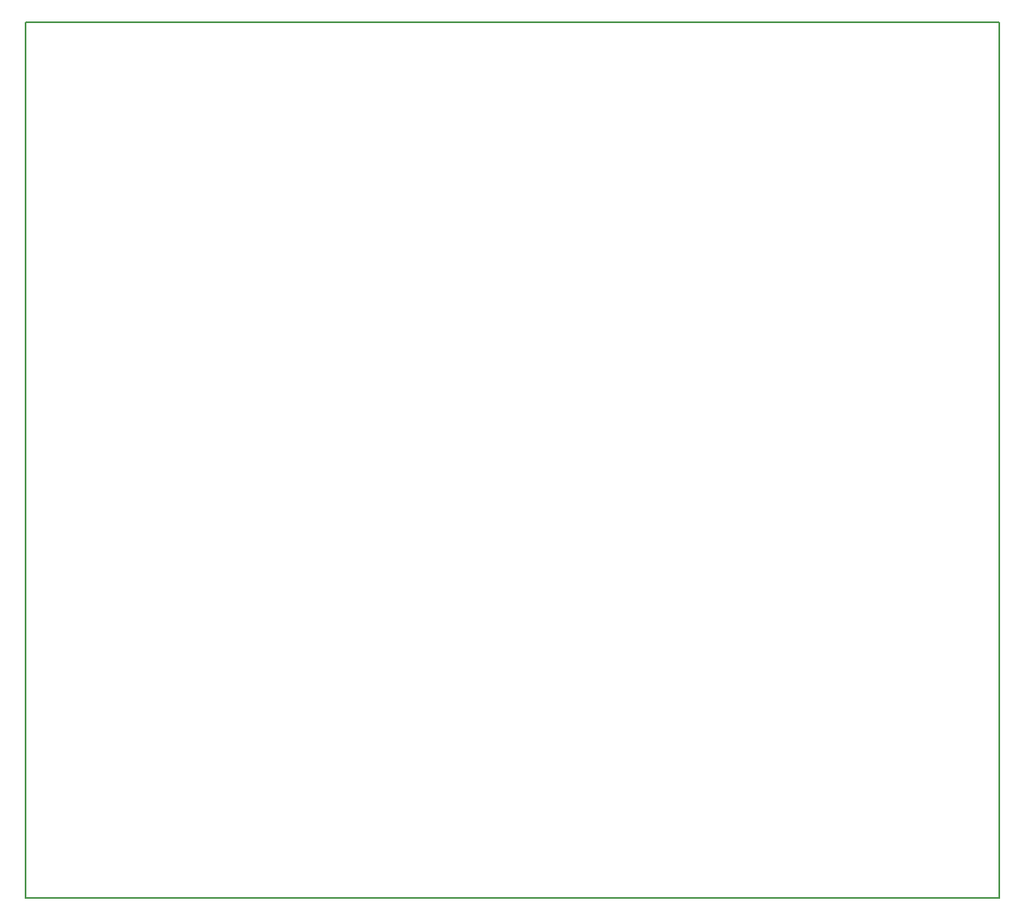
<source format=gbp>
G04 Layer_Color=128*
%FSLAX25Y25*%
%MOIN*%
G70*
G01*
G75*
%ADD17C,0.00787*%
D17*
X0Y177165D02*
X393701D01*
Y-177165D02*
Y177165D01*
X0Y-177165D02*
Y177165D01*
Y-177165D02*
X393701D01*
M02*

</source>
